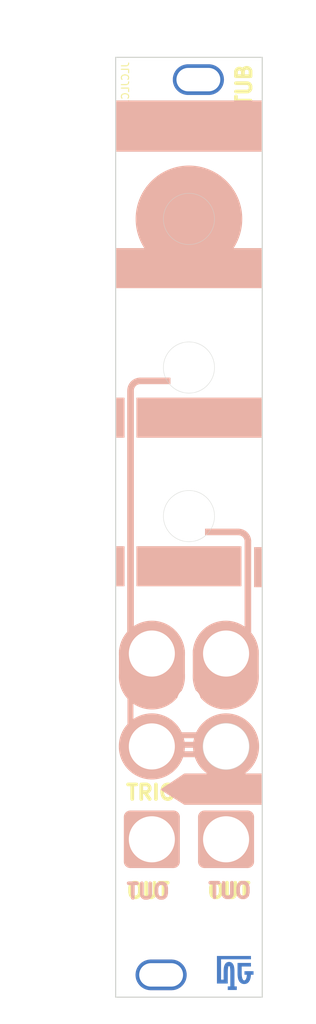
<source format=kicad_pcb>
(kicad_pcb (version 20221018) (generator pcbnew)
  (layers (0 "F.Cu" signal) (31 "B.Cu" signal) (34 "B.Paste" user) (35 "F.Paste" user) (36 "B.SilkS" user "B.Silkscreen") (37 "F.SilkS" user "F.Silkscreen") (38 "B.Mask" user) (39 "F.Mask" user) (44 "Edge.Cuts" user))
  (net 0 "")
  (footprint "" (layer "F.Cu") (at 87.63 130.556)
    (fp_text reference "" (at 0 0) (layer "F.SilkS") (effects (font (size 1.27 1.27))))
    (fp_text value "" (at 0 0) (layer "F.SilkS") (effects (font (size 1.27 1.27))))
    (pad "" np_thru_hole circle locked (at 0 0) (size 6.3 6.3) (drill 6.3) (layers "F&B.Cu" "*.Mask"))
  )
  (footprint "" (layer "F.Cu") (at 97.79 130.556)
    (fp_text reference "" (at 0 0) (layer "F.SilkS") (effects (font (size 1.27 1.27))))
    (fp_text value "" (at 0 0) (layer "F.SilkS") (effects (font (size 1.27 1.27))))
    (pad "" np_thru_hole circle locked (at 0 0) (size 6.3 6.3) (drill 6.3) (layers "F&B.Cu" "*.Mask"))
  )
  (footprint "" (layer "F.Cu") (at 92.71 111.506)
    (fp_text reference "" (at 0 0) (layer "F.SilkS") (effects (font (size 1.27 1.27))))
    (fp_text value "" (at 0 0) (layer "F.SilkS") (effects (font (size 1.27 1.27))))
    (pad "" np_thru_hole circle locked (at 0 0) (size 3.2 3.2) (drill 3.2) (layers "*.Cu" "*.Mask"))
  )
  (footprint "" (layer "F.Cu") (at 97.79 105.156)
    (fp_text reference "" (at 0 0) (layer "F.SilkS") (effects (font (size 1.27 1.27))))
    (fp_text value "" (at 0 0) (layer "F.SilkS") (effects (font (size 1.27 1.27))))
    (pad "" np_thru_hole circle locked (at 0 0) (size 6.3 6.3) (drill 6.3) (layers "F&B.Cu" "*.Mask"))
  )
  (footprint "" (layer "F.Cu") (at 87.63 117.856)
    (fp_text reference "" (at 0 0) (layer "F.SilkS") (effects (font (size 1.27 1.27))))
    (fp_text value "" (at 0 0) (layer "F.SilkS") (effects (font (size 1.27 1.27))))
    (pad "" np_thru_hole circle locked (at 0 0) (size 6.3 6.3) (drill 6.3) (layers "F&B.Cu" "*.Mask"))
  )
  (footprint "" (layer "F.Cu") (at 88.9 149.098)
    (fp_text reference "" (at 0 0) (layer "F.SilkS") (effects (font (size 1.27 1.27))))
    (fp_text value "" (at 0 0) (layer "F.SilkS") (effects (font (size 1.27 1.27))))
    (pad "" thru_hole oval locked (at 0 0) (size 7 4.2) (drill oval 6 3.2) (layers "*.Cu" "*.Mask"))
  )
  (footprint "" (layer "F.Cu") (at 87.63 105.156)
    (fp_text reference "" (at 0 0) (layer "F.SilkS") (effects (font (size 1.27 1.27))))
    (fp_text value "" (at 0 0) (layer "F.SilkS") (effects (font (size 1.27 1.27))))
    (pad "" np_thru_hole circle locked (at 0 0) (size 6.3 6.3) (drill 6.3) (layers "F&B.Cu" "*.Mask"))
  )
  (footprint "" (layer "F.Cu") (at 97.79 117.856)
    (fp_text reference "" (at 0 0) (layer "F.SilkS") (effects (font (size 1.27 1.27))))
    (fp_text value "" (at 0 0) (layer "F.SilkS") (effects (font (size 1.27 1.27))))
    (pad "" np_thru_hole circle locked (at 0 0) (size 6.3 6.3) (drill 6.3) (layers "F&B.Cu" "*.Mask"))
  )
  (footprint "" (layer "F.Cu") (at 94 26.67)
    (fp_text reference "" (at 0 0) (layer "F.SilkS") (effects (font (size 1.27 1.27))))
    (fp_text value "" (at 0 0) (layer "F.SilkS") (effects (font (size 1.27 1.27))))
    (pad "" thru_hole oval locked (at 0 0) (size 7 4.2) (drill oval 6 3.2) (layers "*.Cu" "*.Mask"))
  )
  (gr_poly locked (pts (xy 101.196799 146.967197) (xy 97.104597 146.967197) (xy 97.104597 149.754093) (xy 97.457297 149.754093) (xy 97.457297 148.554691) (xy 97.462294 148.367389) (xy 97.476996 148.196185) (xy 97.501097 148.040882) (xy 97.534399 147.901279) (xy 97.576598 147.777286) (xy 97.627295 147.668491) (xy 97.686293 147.574893) (xy 97.753294 147.496189) (xy 97.827994 147.432193) (xy 97.910193 147.3828) (xy 97.999396 147.347797) (xy 98.095496 147.326892) (xy 98.198195 147.319888) (xy 98.300795 147.326892) (xy 98.396895 147.347797) (xy 98.486197 147.3828) (xy 98.568297 147.432193) (xy 98.642996 147.496189) (xy 98.710097 147.574893) (xy 98.769095 147.668491) (xy 98.819792 147.777286) (xy 98.861891 147.901279) (xy 98.895193 148.040882) (xy 98.919394 148.196185) (xy 98.933997 148.367389) (xy 98.938994 148.554691) (xy 98.938994 150.67139) (xy 99.256491 150.67139) (xy 99.256491 151.165195) (xy 98.021788 151.165195) (xy 98.021788 150.67139) (xy 98.374586 150.67139) (xy 98.374586 148.801578) (xy 98.372786 148.630481) (xy 98.366789 148.464786) (xy 98.355986 148.309879) (xy 98.339285 148.170978) (xy 98.315985 148.053684) (xy 98.285284 147.963184) (xy 98.246283 147.904987) (xy 98.19818 147.884387) (xy 98.150076 147.906482) (xy 98.111075 147.968189) (xy 98.080374 148.062992) (xy 98.057074 148.184299) (xy 98.040373 148.325397) (xy 98.029471 148.479694) (xy 98.023573 148.640689) (xy 98.021773 148.801593) (xy 98.021773 150.283298) (xy 96.540076 150.283298) (xy 96.540076 146.508609) (xy 101.196776 146.508609)) (fill solid) (layer "B.Cu"))
  (gr_poly locked (pts (xy 101.196799 147.955005) (xy 99.926802 147.955005) (xy 99.926802 148.907504) (xy 99.9308 149.060901) (xy 99.9429 149.212604) (xy 99.9634 149.358203) (xy 99.992598 149.493396) (xy 100.030798 149.613696) (xy 100.078398 149.714893) (xy 100.135497 149.792591) (xy 100.202399 149.842395) (xy 100.279601 149.859989) (xy 100.355498 149.842487) (xy 100.423994 149.793292) (xy 100.484198 149.716693) (xy 100.5353 149.617389) (xy 100.576498 149.499896) (xy 100.607001 149.368793) (xy 100.625899 149.228595) (xy 100.631895 149.083896) (xy 100.314398 149.083896) (xy 100.314398 148.59) (xy 101.5492 148.59) (xy 101.5492 149.083896) (xy 101.196402 149.083896) (xy 101.184004 149.258792) (xy 101.162207 149.420795) (xy 101.131407 149.569797) (xy 101.091704 149.70589) (xy 101.043501 149.828983) (xy 100.987204 149.939182) (xy 100.923003 150.036289) (xy 100.851202 150.120593) (xy 100.7722 150.191898) (xy 100.686201 150.250202) (xy 100.593703 150.295505) (xy 100.494704 150.327899) (xy 100.389807 150.3474) (xy 100.279204 150.353397) (xy 100.169104 150.3474) (xy 100.065001 150.329105) (xy 99.967001 150.298511) (xy 99.875403 150.25571) (xy 99.790503 150.200717) (xy 99.7125 150.133411) (xy 99.6416 150.053913) (xy 99.578101 149.962207) (xy 99.5222 149.858203) (xy 99.474303 149.742099) (xy 99.4345 149.613696) (xy 99.403098 149.472995) (xy 99.3804 149.320102) (xy 99.366598 149.155002) (xy 99.361899 148.977695) (xy 99.361899 147.460788) (xy 101.196402 147.460788)) (fill solid) (layer "B.Cu"))
  (gr_arc locked (start 84.714837 69.198363) (mid 85.104257 68.25822) (end 86.0444 67.8688) (stroke (width 0.9)) (layer "B.SilkS"))
  (gr_circle locked (center 87.63 117.856) (end 91.402341 117.856) (stroke (width 1.5)) (fill none) (layer "B.SilkS"))
  (gr_rect locked (start 83.1312 104.67397) (end 92.1512 108.279629) (stroke (width 0.01)) (fill solid) (layer "B.SilkS"))
  (gr_rect locked (start 86.0444 67.4938) (end 90.1084 68.2438) (stroke (width 0.15)) (fill solid) (layer "B.SilkS"))
  (gr_rect locked (start 101.7 90.678) (end 102.616 96.012) (stroke (width 0.15)) (fill solid) (layer "B.SilkS"))
  (gr_poly locked (pts (xy 94.8436 126.6952) (xy 94.0308 127.508) (xy 94.0308 133.604) (xy 94.8944 134.4168) (xy 100.7364 134.4168) (xy 101.5492 133.604) (xy 101.5492 127.4572) (xy 100.7872 126.6952)) (stroke (width 0.15)) (fill solid) (layer "B.SilkS"))
  (gr_rect locked (start 91.1 118.5292) (end 94.5 119.3292) (stroke (width 0.01)) (fill solid) (layer "B.SilkS"))
  (gr_rect locked (start 94.986 88.15) (end 99.4818 88.9) (stroke (width 0.15)) (fill solid) (layer "B.SilkS"))
  (gr_circle locked (center 90.5764 127.508) (end 91.405776 127.508) (stroke (width 0.12)) (fill solid) (layer "B.SilkS"))
  (gr_rect locked (start 82.804 29.591) (end 102.616 36.449) (stroke (width 0.15)) (fill solid) (layer "B.SilkS"))
  (gr_rect locked (start 85.598 90.551) (end 99.822 95.885) (stroke (width 0.15)) (fill solid) (layer "B.SilkS"))
  (gr_rect locked (start 85.598 70.231) (end 102.616 75.565) (stroke (width 0.15)) (fill solid) (layer "B.SilkS"))
  (gr_poly locked (pts (xy 84.6836 126.6952) (xy 83.8708 127.508) (xy 83.8708 133.604) (xy 84.7344 134.4168) (xy 90.5764 134.4168) (xy 91.3892 133.604) (xy 91.3892 127.4572) (xy 90.6272 126.6952)) (stroke (width 0.15)) (fill solid) (layer "B.SilkS"))
  (gr_circle locked (center 100.7364 127.508) (end 101.565776 127.508) (stroke (width 0.12)) (fill solid) (layer "B.SilkS"))
  (gr_circle locked (center 97.79 117.856) (end 101.562341 117.856) (stroke (width 1.5)) (fill none) (layer "B.SilkS"))
  (gr_rect locked (start 91.1 115.9292) (end 94.5 116.7292) (stroke (width 0.01)) (fill solid) (layer "B.SilkS"))
  (gr_rect locked (start 84.266337 69.198363) (end 85.163337 102.766526) (stroke (width 0.01)) (fill solid) (layer "B.SilkS"))
  (gr_circle locked (center 94.8436 133.604) (end 95.672976 133.604) (stroke (width 0.12)) (fill solid) (layer "B.SilkS"))
  (gr_circle locked (center 84.6836 133.604) (end 85.512976 133.604) (stroke (width 0.12)) (fill solid) (layer "B.SilkS"))
  (gr_circle locked (center 87.6412 108.279629) (end 92.163541 108.279629) (stroke (width 0.01)) (fill solid) (layer "B.SilkS"))
  (gr_rect locked (start 82.804 49.784) (end 102.616 55.118) (stroke (width 0.15)) (fill solid) (layer "B.SilkS"))
  (gr_circle locked (center 94.8436 127.508) (end 95.672976 127.508) (stroke (width 0.12)) (fill solid) (layer "B.SilkS"))
  (gr_circle locked (center 84.6836 127.508) (end 85.512976 127.508) (stroke (width 0.12)) (fill solid) (layer "B.SilkS"))
  (gr_arc locked (start 99.4564 88.525) (mid 100.396543 88.91442) (end 100.785963 89.854563) (stroke (width 0.9)) (layer "B.SilkS"))
  (gr_poly locked (pts (xy 96.1 108.8) (xy 94.145837 110.754163) (xy 93.580152 110.188478) (xy 95.534315 108.234315)) (stroke (width 0.01)) (fill solid) (layer "B.SilkS"))
  (gr_circle locked (center 100.7364 133.604) (end 101.565776 133.604) (stroke (width 0.12)) (fill solid) (layer "B.SilkS"))
  (gr_poly locked (pts (xy 92.1 125.762341) (xy 88.924 123.762341) (xy 92.1 121.628341)) (stroke (width 0.15)) (fill solid) (layer "B.SilkS"))
  (gr_rect locked (start 82.804 90.551) (end 83.82 95.885) (stroke (width 0.15)) (fill solid) (layer "B.SilkS"))
  (gr_rect locked (start 100.33 89.7128) (end 101.227 102.554563) (stroke (width 0.01)) (fill solid) (layer "B.SilkS"))
  (gr_rect locked (start 82.804 70.231) (end 83.82 75.565) (stroke (width 0.15)) (fill solid) (layer "B.SilkS"))
  (gr_circle locked (center 97.7504 108.279629) (end 102.272741 108.279629) (stroke (width 0.01)) (fill solid) (layer "B.SilkS"))
  (gr_circle locked (center 97.7504 105.18197) (end 101.522741 105.18197) (stroke (width 1.5)) (fill none) (layer "B.SilkS"))
  (gr_rect locked (start 93.2404 104.67397) (end 102.2604 108.279629) (stroke (width 0.01)) (fill solid) (layer "B.SilkS"))
  (gr_circle locked (center 87.6412 105.18197) (end 91.413541 105.18197) (stroke (width 1.5)) (fill none) (layer "B.SilkS"))
  (gr_circle locked (center 92.71 45.72) (end 99.935 45.72) (stroke (width 0.15)) (fill solid) (layer "B.SilkS"))
  (gr_rect locked (start 92.176 121.628341) (end 102.7448 125.762341) (stroke (width 0.15)) (fill solid) (layer "B.SilkS"))
  (gr_circle locked (center 90.5764 133.604) (end 91.405776 133.604) (stroke (width 0.12)) (fill solid) (layer "B.SilkS"))
  (gr_rect locked (start 84.3 107.6) (end 85.1 116.0904) (stroke (width 0.01)) (fill solid) (layer "B.SilkS"))
  (gr_rect locked (start 91.05 117.2292) (end 94.45 118.0292) (stroke (width 0.01)) (fill solid) (layer "B.SilkS"))
  (gr_line locked (start 82.677 152.146) (end 82.677 23.622) (stroke (width 0.15)) (layer "Edge.Cuts"))
  (gr_line locked (start 102.743 152.146) (end 82.677 152.146) (stroke (width 0.15)) (layer "Edge.Cuts"))
  (gr_line locked (start 102.743 23.622) (end 102.743 152.146) (stroke (width 0.15)) (layer "Edge.Cuts"))
  (gr_line locked (start 82.677 23.622) (end 102.743 23.622) (stroke (width 0.15)) (layer "Edge.Cuts"))
  (gr_circle locked (center 92.71 45.72) (end 96.21 45.72) (stroke (width 0.05)) (fill none) (layer "Edge.Cuts"))
  (gr_circle locked (center 92.71 66.04) (end 96.21 66.04) (stroke (width 0.05)) (fill none) (layer "Edge.Cuts"))
  (gr_circle locked (center 97.79 117.856) (end 100.99 117.856) (stroke (width 0.05)) (fill none) (layer "Edge.Cuts"))
  (gr_circle locked (center 92.71 86.36) (end 96.21 86.36) (stroke (width 0.05)) (fill none) (layer "Edge.Cuts"))
  (gr_text locked "OUT" (at 87.122 137.668) (layer "B.SilkS") (effects (font (size 2 2) (thickness 0.5)) (justify mirror)))
  (gr_text locked "OUT" (at 98.298 137.5918) (layer "B.SilkS") (effects (font (size 2 2) (thickness 0.5)) (justify mirror)))
  (gr_text locked "OUT" (at 87.1347 137.5918) (layer "F.SilkS") (effects (font (size 2 2) (thickness 0.5))))
  (gr_text locked "P2" (at 97.79 110.9472) (layer "F.SilkS") (effects (font (size 2 2) (thickness 0.5))))
  (gr_text locked "JNTUB" (at 100.2411 29.2989 90) (layer "F.SilkS") (effects (font (size 2 2) (thickness 0.5))))
  (gr_text locked "PARAM 2" (at 92.8497 72.4027) (layer "F.SilkS") (effects (font (size 2 2) (thickness 0.5))))
  (gr_text locked "PARAM 3" (at 92.9767 52.1208) (layer "F.SilkS") (effects (font (size 2 2) (thickness 0.5))))
  (gr_text locked "JLCJLCJLCJLC" (at 84 29.4 90) (layer "F.SilkS") (effects (font (size 1 1)) (justify mirror)))
  (gr_text locked "PARAM 1" (at 92.9767 93.0529) (layer "F.SilkS") (effects (font (size 2 2) (thickness 0.5))))
  (gr_text locked ">>>>" (at 97.1804 124.0536) (layer "F.SilkS") (effects (font (size 2 2) (thickness 0.5))))
  (gr_text locked "OUT" (at 98.1964 137.5918) (layer "F.SilkS") (effects (font (size 2 2) (thickness 0.5))))
  (gr_text locked "TRIG" (at 87.4268 124.1552) (layer "F.SilkS") (effects (font (size 2 2) (thickness 0.5))))
  (gr_text locked "P1" (at 87.4268 110.8964) (layer "F.SilkS") (effects (font (size 2 2) (thickness 0.5))))
)
</source>
